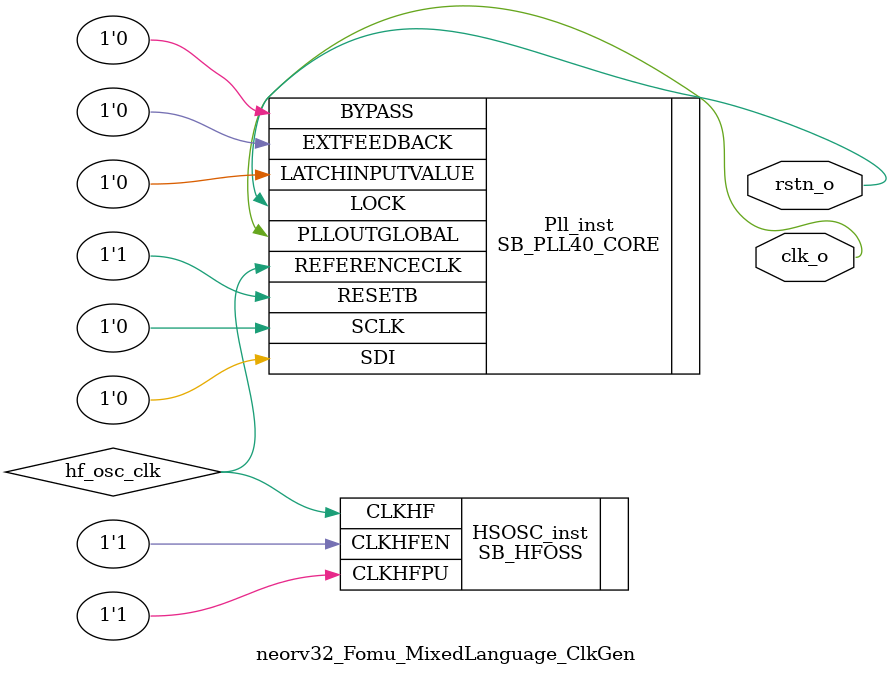
<source format=v>
module neorv32_Fomu_MixedLanguage_ClkGen (
  output wire clk_o,
  output wire rstn_o,
);

  wire hf_osc_clk;

  SB_HFOSS #(
    .CLKHF_DIV(2'd2) // 12 MHz
  ) HSOSC_inst (
    .CLKHFPU(1'b1),
    .CLKHFEN(1'b1),
    .CLKHF(hf_osc_clk)
  );

  // Settings generated by icepll -i 12 -o 18:
  // F_PLLIN:      12.000 MHz (given)
  // F_PLLOUT:     18.000 MHz (requested)
  // F_PLLOUT:     18.000 MHz (achieved)
  // FEEDBACK:     SIMPLE
  // F_PFD:        12.000 MHz
  // F_VCO:        576.000 MHz
  // DIVR:         0 (4'b0000)
  // DIVF:        47 (7'b0101111)
  // DIVQ:         5 (3'b101)
  // FILTER_RANGE: 1 (3'b001)

  SB_PLL40_CORE #(
    .FEEDBACK_PATH("SIMPLE"),
    .DIVR(4'd0),
    .DIVF(7'd47),
    .DIVQ(3'd5),
    .FILTER_RANGE(3'd1)
  ) Pll_inst (
    .REFERENCECLK(hf_osc_clk),
    .PLLOUTGLOBAL(clk_o),
    .EXTFEEDBACK(1'b0),
    .LOCK(rstn_o),
    .BYPASS(1'b0),
    .RESETB(1'b1),
    .LATCHINPUTVALUE(1'b0),
    .SDI(1'b0),
    .SCLK(1'b0)
  );

endmodule


</source>
